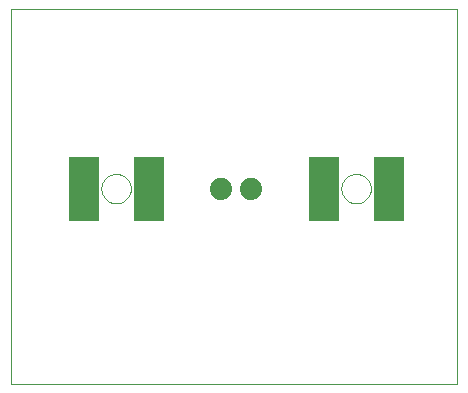
<source format=gtl>
G75*
G70*
%OFA0B0*%
%FSLAX24Y24*%
%IPPOS*%
%LPD*%
%AMOC8*
5,1,8,0,0,1.08239X$1,22.5*
%
%ADD10C,0.0000*%
%ADD11C,0.0634*%
%ADD12R,0.0984X0.2165*%
%ADD13C,0.0740*%
D10*
X000100Y000100D02*
X000100Y012596D01*
X014970Y012596D01*
X014970Y000100D01*
X000100Y000100D01*
X002382Y005950D02*
X002384Y005971D01*
X002390Y005991D01*
X002399Y006011D01*
X002411Y006028D01*
X002426Y006042D01*
X002444Y006054D01*
X002464Y006062D01*
X002484Y006067D01*
X002505Y006068D01*
X002526Y006065D01*
X002546Y006059D01*
X002565Y006048D01*
X002582Y006035D01*
X002595Y006019D01*
X002606Y006001D01*
X002614Y005981D01*
X002618Y005961D01*
X002618Y005939D01*
X002614Y005919D01*
X002606Y005899D01*
X002595Y005881D01*
X002582Y005865D01*
X002565Y005852D01*
X002546Y005841D01*
X002526Y005835D01*
X002505Y005832D01*
X002484Y005833D01*
X002464Y005838D01*
X002444Y005846D01*
X002426Y005858D01*
X002411Y005872D01*
X002399Y005889D01*
X002390Y005909D01*
X002384Y005929D01*
X002382Y005950D01*
X002382Y006050D02*
X002384Y006071D01*
X002390Y006091D01*
X002399Y006111D01*
X002411Y006128D01*
X002426Y006142D01*
X002444Y006154D01*
X002464Y006162D01*
X002484Y006167D01*
X002505Y006168D01*
X002526Y006165D01*
X002546Y006159D01*
X002565Y006148D01*
X002582Y006135D01*
X002595Y006119D01*
X002606Y006101D01*
X002614Y006081D01*
X002618Y006061D01*
X002618Y006039D01*
X002614Y006019D01*
X002606Y005999D01*
X002595Y005981D01*
X002582Y005965D01*
X002565Y005952D01*
X002546Y005941D01*
X002526Y005935D01*
X002505Y005932D01*
X002484Y005933D01*
X002464Y005938D01*
X002444Y005946D01*
X002426Y005958D01*
X002411Y005972D01*
X002399Y005989D01*
X002390Y006009D01*
X002384Y006029D01*
X002382Y006050D01*
X002382Y006200D02*
X002384Y006221D01*
X002390Y006241D01*
X002399Y006261D01*
X002411Y006278D01*
X002426Y006292D01*
X002444Y006304D01*
X002464Y006312D01*
X002484Y006317D01*
X002505Y006318D01*
X002526Y006315D01*
X002546Y006309D01*
X002565Y006298D01*
X002582Y006285D01*
X002595Y006269D01*
X002606Y006251D01*
X002614Y006231D01*
X002618Y006211D01*
X002618Y006189D01*
X002614Y006169D01*
X002606Y006149D01*
X002595Y006131D01*
X002582Y006115D01*
X002565Y006102D01*
X002546Y006091D01*
X002526Y006085D01*
X002505Y006082D01*
X002484Y006083D01*
X002464Y006088D01*
X002444Y006096D01*
X002426Y006108D01*
X002411Y006122D01*
X002399Y006139D01*
X002390Y006159D01*
X002384Y006179D01*
X002382Y006200D01*
X002382Y006300D02*
X002384Y006321D01*
X002390Y006341D01*
X002399Y006361D01*
X002411Y006378D01*
X002426Y006392D01*
X002444Y006404D01*
X002464Y006412D01*
X002484Y006417D01*
X002505Y006418D01*
X002526Y006415D01*
X002546Y006409D01*
X002565Y006398D01*
X002582Y006385D01*
X002595Y006369D01*
X002606Y006351D01*
X002614Y006331D01*
X002618Y006311D01*
X002618Y006289D01*
X002614Y006269D01*
X002606Y006249D01*
X002595Y006231D01*
X002582Y006215D01*
X002565Y006202D01*
X002546Y006191D01*
X002526Y006185D01*
X002505Y006182D01*
X002484Y006183D01*
X002464Y006188D01*
X002444Y006196D01*
X002426Y006208D01*
X002411Y006222D01*
X002399Y006239D01*
X002390Y006259D01*
X002384Y006279D01*
X002382Y006300D01*
X002382Y006450D02*
X002384Y006471D01*
X002390Y006491D01*
X002399Y006511D01*
X002411Y006528D01*
X002426Y006542D01*
X002444Y006554D01*
X002464Y006562D01*
X002484Y006567D01*
X002505Y006568D01*
X002526Y006565D01*
X002546Y006559D01*
X002565Y006548D01*
X002582Y006535D01*
X002595Y006519D01*
X002606Y006501D01*
X002614Y006481D01*
X002618Y006461D01*
X002618Y006439D01*
X002614Y006419D01*
X002606Y006399D01*
X002595Y006381D01*
X002582Y006365D01*
X002565Y006352D01*
X002546Y006341D01*
X002526Y006335D01*
X002505Y006332D01*
X002484Y006333D01*
X002464Y006338D01*
X002444Y006346D01*
X002426Y006358D01*
X002411Y006372D01*
X002399Y006389D01*
X002390Y006409D01*
X002384Y006429D01*
X002382Y006450D01*
X002382Y006550D02*
X002384Y006571D01*
X002390Y006591D01*
X002399Y006611D01*
X002411Y006628D01*
X002426Y006642D01*
X002444Y006654D01*
X002464Y006662D01*
X002484Y006667D01*
X002505Y006668D01*
X002526Y006665D01*
X002546Y006659D01*
X002565Y006648D01*
X002582Y006635D01*
X002595Y006619D01*
X002606Y006601D01*
X002614Y006581D01*
X002618Y006561D01*
X002618Y006539D01*
X002614Y006519D01*
X002606Y006499D01*
X002595Y006481D01*
X002582Y006465D01*
X002565Y006452D01*
X002546Y006441D01*
X002526Y006435D01*
X002505Y006432D01*
X002484Y006433D01*
X002464Y006438D01*
X002444Y006446D01*
X002426Y006458D01*
X002411Y006472D01*
X002399Y006489D01*
X002390Y006509D01*
X002384Y006529D01*
X002382Y006550D01*
X002382Y006700D02*
X002384Y006721D01*
X002390Y006741D01*
X002399Y006761D01*
X002411Y006778D01*
X002426Y006792D01*
X002444Y006804D01*
X002464Y006812D01*
X002484Y006817D01*
X002505Y006818D01*
X002526Y006815D01*
X002546Y006809D01*
X002565Y006798D01*
X002582Y006785D01*
X002595Y006769D01*
X002606Y006751D01*
X002614Y006731D01*
X002618Y006711D01*
X002618Y006689D01*
X002614Y006669D01*
X002606Y006649D01*
X002595Y006631D01*
X002582Y006615D01*
X002565Y006602D01*
X002546Y006591D01*
X002526Y006585D01*
X002505Y006582D01*
X002484Y006583D01*
X002464Y006588D01*
X002444Y006596D01*
X002426Y006608D01*
X002411Y006622D01*
X002399Y006639D01*
X002390Y006659D01*
X002384Y006679D01*
X002382Y006700D01*
X002382Y006850D02*
X002384Y006871D01*
X002390Y006891D01*
X002399Y006911D01*
X002411Y006928D01*
X002426Y006942D01*
X002444Y006954D01*
X002464Y006962D01*
X002484Y006967D01*
X002505Y006968D01*
X002526Y006965D01*
X002546Y006959D01*
X002565Y006948D01*
X002582Y006935D01*
X002595Y006919D01*
X002606Y006901D01*
X002614Y006881D01*
X002618Y006861D01*
X002618Y006839D01*
X002614Y006819D01*
X002606Y006799D01*
X002595Y006781D01*
X002582Y006765D01*
X002565Y006752D01*
X002546Y006741D01*
X002526Y006735D01*
X002505Y006732D01*
X002484Y006733D01*
X002464Y006738D01*
X002444Y006746D01*
X002426Y006758D01*
X002411Y006772D01*
X002399Y006789D01*
X002390Y006809D01*
X002384Y006829D01*
X002382Y006850D01*
X002382Y007000D02*
X002384Y007021D01*
X002390Y007041D01*
X002399Y007061D01*
X002411Y007078D01*
X002426Y007092D01*
X002444Y007104D01*
X002464Y007112D01*
X002484Y007117D01*
X002505Y007118D01*
X002526Y007115D01*
X002546Y007109D01*
X002565Y007098D01*
X002582Y007085D01*
X002595Y007069D01*
X002606Y007051D01*
X002614Y007031D01*
X002618Y007011D01*
X002618Y006989D01*
X002614Y006969D01*
X002606Y006949D01*
X002595Y006931D01*
X002582Y006915D01*
X002565Y006902D01*
X002546Y006891D01*
X002526Y006885D01*
X002505Y006882D01*
X002484Y006883D01*
X002464Y006888D01*
X002444Y006896D01*
X002426Y006908D01*
X002411Y006922D01*
X002399Y006939D01*
X002390Y006959D01*
X002384Y006979D01*
X002382Y007000D01*
X002382Y007100D02*
X002384Y007121D01*
X002390Y007141D01*
X002399Y007161D01*
X002411Y007178D01*
X002426Y007192D01*
X002444Y007204D01*
X002464Y007212D01*
X002484Y007217D01*
X002505Y007218D01*
X002526Y007215D01*
X002546Y007209D01*
X002565Y007198D01*
X002582Y007185D01*
X002595Y007169D01*
X002606Y007151D01*
X002614Y007131D01*
X002618Y007111D01*
X002618Y007089D01*
X002614Y007069D01*
X002606Y007049D01*
X002595Y007031D01*
X002582Y007015D01*
X002565Y007002D01*
X002546Y006991D01*
X002526Y006985D01*
X002505Y006982D01*
X002484Y006983D01*
X002464Y006988D01*
X002444Y006996D01*
X002426Y007008D01*
X002411Y007022D01*
X002399Y007039D01*
X002390Y007059D01*
X002384Y007079D01*
X002382Y007100D01*
X002382Y007250D02*
X002384Y007271D01*
X002390Y007291D01*
X002399Y007311D01*
X002411Y007328D01*
X002426Y007342D01*
X002444Y007354D01*
X002464Y007362D01*
X002484Y007367D01*
X002505Y007368D01*
X002526Y007365D01*
X002546Y007359D01*
X002565Y007348D01*
X002582Y007335D01*
X002595Y007319D01*
X002606Y007301D01*
X002614Y007281D01*
X002618Y007261D01*
X002618Y007239D01*
X002614Y007219D01*
X002606Y007199D01*
X002595Y007181D01*
X002582Y007165D01*
X002565Y007152D01*
X002546Y007141D01*
X002526Y007135D01*
X002505Y007132D01*
X002484Y007133D01*
X002464Y007138D01*
X002444Y007146D01*
X002426Y007158D01*
X002411Y007172D01*
X002399Y007189D01*
X002390Y007209D01*
X002384Y007229D01*
X002382Y007250D01*
X003108Y006600D02*
X003110Y006644D01*
X003116Y006688D01*
X003126Y006731D01*
X003139Y006773D01*
X003157Y006813D01*
X003178Y006852D01*
X003202Y006889D01*
X003229Y006924D01*
X003260Y006956D01*
X003293Y006985D01*
X003329Y007011D01*
X003367Y007033D01*
X003407Y007052D01*
X003448Y007068D01*
X003491Y007080D01*
X003534Y007088D01*
X003578Y007092D01*
X003622Y007092D01*
X003666Y007088D01*
X003709Y007080D01*
X003752Y007068D01*
X003793Y007052D01*
X003833Y007033D01*
X003871Y007011D01*
X003907Y006985D01*
X003940Y006956D01*
X003971Y006924D01*
X003998Y006889D01*
X004022Y006852D01*
X004043Y006813D01*
X004061Y006773D01*
X004074Y006731D01*
X004084Y006688D01*
X004090Y006644D01*
X004092Y006600D01*
X004090Y006556D01*
X004084Y006512D01*
X004074Y006469D01*
X004061Y006427D01*
X004043Y006387D01*
X004022Y006348D01*
X003998Y006311D01*
X003971Y006276D01*
X003940Y006244D01*
X003907Y006215D01*
X003871Y006189D01*
X003833Y006167D01*
X003793Y006148D01*
X003752Y006132D01*
X003709Y006120D01*
X003666Y006112D01*
X003622Y006108D01*
X003578Y006108D01*
X003534Y006112D01*
X003491Y006120D01*
X003448Y006132D01*
X003407Y006148D01*
X003367Y006167D01*
X003329Y006189D01*
X003293Y006215D01*
X003260Y006244D01*
X003229Y006276D01*
X003202Y006311D01*
X003178Y006348D01*
X003157Y006387D01*
X003139Y006427D01*
X003126Y006469D01*
X003116Y006512D01*
X003110Y006556D01*
X003108Y006600D01*
X004582Y006550D02*
X004584Y006571D01*
X004590Y006591D01*
X004599Y006611D01*
X004611Y006628D01*
X004626Y006642D01*
X004644Y006654D01*
X004664Y006662D01*
X004684Y006667D01*
X004705Y006668D01*
X004726Y006665D01*
X004746Y006659D01*
X004765Y006648D01*
X004782Y006635D01*
X004795Y006619D01*
X004806Y006601D01*
X004814Y006581D01*
X004818Y006561D01*
X004818Y006539D01*
X004814Y006519D01*
X004806Y006499D01*
X004795Y006481D01*
X004782Y006465D01*
X004765Y006452D01*
X004746Y006441D01*
X004726Y006435D01*
X004705Y006432D01*
X004684Y006433D01*
X004664Y006438D01*
X004644Y006446D01*
X004626Y006458D01*
X004611Y006472D01*
X004599Y006489D01*
X004590Y006509D01*
X004584Y006529D01*
X004582Y006550D01*
X004582Y006450D02*
X004584Y006471D01*
X004590Y006491D01*
X004599Y006511D01*
X004611Y006528D01*
X004626Y006542D01*
X004644Y006554D01*
X004664Y006562D01*
X004684Y006567D01*
X004705Y006568D01*
X004726Y006565D01*
X004746Y006559D01*
X004765Y006548D01*
X004782Y006535D01*
X004795Y006519D01*
X004806Y006501D01*
X004814Y006481D01*
X004818Y006461D01*
X004818Y006439D01*
X004814Y006419D01*
X004806Y006399D01*
X004795Y006381D01*
X004782Y006365D01*
X004765Y006352D01*
X004746Y006341D01*
X004726Y006335D01*
X004705Y006332D01*
X004684Y006333D01*
X004664Y006338D01*
X004644Y006346D01*
X004626Y006358D01*
X004611Y006372D01*
X004599Y006389D01*
X004590Y006409D01*
X004584Y006429D01*
X004582Y006450D01*
X004582Y006300D02*
X004584Y006321D01*
X004590Y006341D01*
X004599Y006361D01*
X004611Y006378D01*
X004626Y006392D01*
X004644Y006404D01*
X004664Y006412D01*
X004684Y006417D01*
X004705Y006418D01*
X004726Y006415D01*
X004746Y006409D01*
X004765Y006398D01*
X004782Y006385D01*
X004795Y006369D01*
X004806Y006351D01*
X004814Y006331D01*
X004818Y006311D01*
X004818Y006289D01*
X004814Y006269D01*
X004806Y006249D01*
X004795Y006231D01*
X004782Y006215D01*
X004765Y006202D01*
X004746Y006191D01*
X004726Y006185D01*
X004705Y006182D01*
X004684Y006183D01*
X004664Y006188D01*
X004644Y006196D01*
X004626Y006208D01*
X004611Y006222D01*
X004599Y006239D01*
X004590Y006259D01*
X004584Y006279D01*
X004582Y006300D01*
X004582Y006200D02*
X004584Y006221D01*
X004590Y006241D01*
X004599Y006261D01*
X004611Y006278D01*
X004626Y006292D01*
X004644Y006304D01*
X004664Y006312D01*
X004684Y006317D01*
X004705Y006318D01*
X004726Y006315D01*
X004746Y006309D01*
X004765Y006298D01*
X004782Y006285D01*
X004795Y006269D01*
X004806Y006251D01*
X004814Y006231D01*
X004818Y006211D01*
X004818Y006189D01*
X004814Y006169D01*
X004806Y006149D01*
X004795Y006131D01*
X004782Y006115D01*
X004765Y006102D01*
X004746Y006091D01*
X004726Y006085D01*
X004705Y006082D01*
X004684Y006083D01*
X004664Y006088D01*
X004644Y006096D01*
X004626Y006108D01*
X004611Y006122D01*
X004599Y006139D01*
X004590Y006159D01*
X004584Y006179D01*
X004582Y006200D01*
X004582Y006050D02*
X004584Y006071D01*
X004590Y006091D01*
X004599Y006111D01*
X004611Y006128D01*
X004626Y006142D01*
X004644Y006154D01*
X004664Y006162D01*
X004684Y006167D01*
X004705Y006168D01*
X004726Y006165D01*
X004746Y006159D01*
X004765Y006148D01*
X004782Y006135D01*
X004795Y006119D01*
X004806Y006101D01*
X004814Y006081D01*
X004818Y006061D01*
X004818Y006039D01*
X004814Y006019D01*
X004806Y005999D01*
X004795Y005981D01*
X004782Y005965D01*
X004765Y005952D01*
X004746Y005941D01*
X004726Y005935D01*
X004705Y005932D01*
X004684Y005933D01*
X004664Y005938D01*
X004644Y005946D01*
X004626Y005958D01*
X004611Y005972D01*
X004599Y005989D01*
X004590Y006009D01*
X004584Y006029D01*
X004582Y006050D01*
X004582Y005950D02*
X004584Y005971D01*
X004590Y005991D01*
X004599Y006011D01*
X004611Y006028D01*
X004626Y006042D01*
X004644Y006054D01*
X004664Y006062D01*
X004684Y006067D01*
X004705Y006068D01*
X004726Y006065D01*
X004746Y006059D01*
X004765Y006048D01*
X004782Y006035D01*
X004795Y006019D01*
X004806Y006001D01*
X004814Y005981D01*
X004818Y005961D01*
X004818Y005939D01*
X004814Y005919D01*
X004806Y005899D01*
X004795Y005881D01*
X004782Y005865D01*
X004765Y005852D01*
X004746Y005841D01*
X004726Y005835D01*
X004705Y005832D01*
X004684Y005833D01*
X004664Y005838D01*
X004644Y005846D01*
X004626Y005858D01*
X004611Y005872D01*
X004599Y005889D01*
X004590Y005909D01*
X004584Y005929D01*
X004582Y005950D01*
X004582Y006700D02*
X004584Y006721D01*
X004590Y006741D01*
X004599Y006761D01*
X004611Y006778D01*
X004626Y006792D01*
X004644Y006804D01*
X004664Y006812D01*
X004684Y006817D01*
X004705Y006818D01*
X004726Y006815D01*
X004746Y006809D01*
X004765Y006798D01*
X004782Y006785D01*
X004795Y006769D01*
X004806Y006751D01*
X004814Y006731D01*
X004818Y006711D01*
X004818Y006689D01*
X004814Y006669D01*
X004806Y006649D01*
X004795Y006631D01*
X004782Y006615D01*
X004765Y006602D01*
X004746Y006591D01*
X004726Y006585D01*
X004705Y006582D01*
X004684Y006583D01*
X004664Y006588D01*
X004644Y006596D01*
X004626Y006608D01*
X004611Y006622D01*
X004599Y006639D01*
X004590Y006659D01*
X004584Y006679D01*
X004582Y006700D01*
X004582Y006850D02*
X004584Y006871D01*
X004590Y006891D01*
X004599Y006911D01*
X004611Y006928D01*
X004626Y006942D01*
X004644Y006954D01*
X004664Y006962D01*
X004684Y006967D01*
X004705Y006968D01*
X004726Y006965D01*
X004746Y006959D01*
X004765Y006948D01*
X004782Y006935D01*
X004795Y006919D01*
X004806Y006901D01*
X004814Y006881D01*
X004818Y006861D01*
X004818Y006839D01*
X004814Y006819D01*
X004806Y006799D01*
X004795Y006781D01*
X004782Y006765D01*
X004765Y006752D01*
X004746Y006741D01*
X004726Y006735D01*
X004705Y006732D01*
X004684Y006733D01*
X004664Y006738D01*
X004644Y006746D01*
X004626Y006758D01*
X004611Y006772D01*
X004599Y006789D01*
X004590Y006809D01*
X004584Y006829D01*
X004582Y006850D01*
X004582Y007000D02*
X004584Y007021D01*
X004590Y007041D01*
X004599Y007061D01*
X004611Y007078D01*
X004626Y007092D01*
X004644Y007104D01*
X004664Y007112D01*
X004684Y007117D01*
X004705Y007118D01*
X004726Y007115D01*
X004746Y007109D01*
X004765Y007098D01*
X004782Y007085D01*
X004795Y007069D01*
X004806Y007051D01*
X004814Y007031D01*
X004818Y007011D01*
X004818Y006989D01*
X004814Y006969D01*
X004806Y006949D01*
X004795Y006931D01*
X004782Y006915D01*
X004765Y006902D01*
X004746Y006891D01*
X004726Y006885D01*
X004705Y006882D01*
X004684Y006883D01*
X004664Y006888D01*
X004644Y006896D01*
X004626Y006908D01*
X004611Y006922D01*
X004599Y006939D01*
X004590Y006959D01*
X004584Y006979D01*
X004582Y007000D01*
X004582Y007100D02*
X004584Y007121D01*
X004590Y007141D01*
X004599Y007161D01*
X004611Y007178D01*
X004626Y007192D01*
X004644Y007204D01*
X004664Y007212D01*
X004684Y007217D01*
X004705Y007218D01*
X004726Y007215D01*
X004746Y007209D01*
X004765Y007198D01*
X004782Y007185D01*
X004795Y007169D01*
X004806Y007151D01*
X004814Y007131D01*
X004818Y007111D01*
X004818Y007089D01*
X004814Y007069D01*
X004806Y007049D01*
X004795Y007031D01*
X004782Y007015D01*
X004765Y007002D01*
X004746Y006991D01*
X004726Y006985D01*
X004705Y006982D01*
X004684Y006983D01*
X004664Y006988D01*
X004644Y006996D01*
X004626Y007008D01*
X004611Y007022D01*
X004599Y007039D01*
X004590Y007059D01*
X004584Y007079D01*
X004582Y007100D01*
X004582Y007250D02*
X004584Y007271D01*
X004590Y007291D01*
X004599Y007311D01*
X004611Y007328D01*
X004626Y007342D01*
X004644Y007354D01*
X004664Y007362D01*
X004684Y007367D01*
X004705Y007368D01*
X004726Y007365D01*
X004746Y007359D01*
X004765Y007348D01*
X004782Y007335D01*
X004795Y007319D01*
X004806Y007301D01*
X004814Y007281D01*
X004818Y007261D01*
X004818Y007239D01*
X004814Y007219D01*
X004806Y007199D01*
X004795Y007181D01*
X004782Y007165D01*
X004765Y007152D01*
X004746Y007141D01*
X004726Y007135D01*
X004705Y007132D01*
X004684Y007133D01*
X004664Y007138D01*
X004644Y007146D01*
X004626Y007158D01*
X004611Y007172D01*
X004599Y007189D01*
X004590Y007209D01*
X004584Y007229D01*
X004582Y007250D01*
X010382Y007250D02*
X010384Y007271D01*
X010390Y007291D01*
X010399Y007311D01*
X010411Y007328D01*
X010426Y007342D01*
X010444Y007354D01*
X010464Y007362D01*
X010484Y007367D01*
X010505Y007368D01*
X010526Y007365D01*
X010546Y007359D01*
X010565Y007348D01*
X010582Y007335D01*
X010595Y007319D01*
X010606Y007301D01*
X010614Y007281D01*
X010618Y007261D01*
X010618Y007239D01*
X010614Y007219D01*
X010606Y007199D01*
X010595Y007181D01*
X010582Y007165D01*
X010565Y007152D01*
X010546Y007141D01*
X010526Y007135D01*
X010505Y007132D01*
X010484Y007133D01*
X010464Y007138D01*
X010444Y007146D01*
X010426Y007158D01*
X010411Y007172D01*
X010399Y007189D01*
X010390Y007209D01*
X010384Y007229D01*
X010382Y007250D01*
X010382Y007100D02*
X010384Y007121D01*
X010390Y007141D01*
X010399Y007161D01*
X010411Y007178D01*
X010426Y007192D01*
X010444Y007204D01*
X010464Y007212D01*
X010484Y007217D01*
X010505Y007218D01*
X010526Y007215D01*
X010546Y007209D01*
X010565Y007198D01*
X010582Y007185D01*
X010595Y007169D01*
X010606Y007151D01*
X010614Y007131D01*
X010618Y007111D01*
X010618Y007089D01*
X010614Y007069D01*
X010606Y007049D01*
X010595Y007031D01*
X010582Y007015D01*
X010565Y007002D01*
X010546Y006991D01*
X010526Y006985D01*
X010505Y006982D01*
X010484Y006983D01*
X010464Y006988D01*
X010444Y006996D01*
X010426Y007008D01*
X010411Y007022D01*
X010399Y007039D01*
X010390Y007059D01*
X010384Y007079D01*
X010382Y007100D01*
X010382Y007000D02*
X010384Y007021D01*
X010390Y007041D01*
X010399Y007061D01*
X010411Y007078D01*
X010426Y007092D01*
X010444Y007104D01*
X010464Y007112D01*
X010484Y007117D01*
X010505Y007118D01*
X010526Y007115D01*
X010546Y007109D01*
X010565Y007098D01*
X010582Y007085D01*
X010595Y007069D01*
X010606Y007051D01*
X010614Y007031D01*
X010618Y007011D01*
X010618Y006989D01*
X010614Y006969D01*
X010606Y006949D01*
X010595Y006931D01*
X010582Y006915D01*
X010565Y006902D01*
X010546Y006891D01*
X010526Y006885D01*
X010505Y006882D01*
X010484Y006883D01*
X010464Y006888D01*
X010444Y006896D01*
X010426Y006908D01*
X010411Y006922D01*
X010399Y006939D01*
X010390Y006959D01*
X010384Y006979D01*
X010382Y007000D01*
X010382Y006850D02*
X010384Y006871D01*
X010390Y006891D01*
X010399Y006911D01*
X010411Y006928D01*
X010426Y006942D01*
X010444Y006954D01*
X010464Y006962D01*
X010484Y006967D01*
X010505Y006968D01*
X010526Y006965D01*
X010546Y006959D01*
X010565Y006948D01*
X010582Y006935D01*
X010595Y006919D01*
X010606Y006901D01*
X010614Y006881D01*
X010618Y006861D01*
X010618Y006839D01*
X010614Y006819D01*
X010606Y006799D01*
X010595Y006781D01*
X010582Y006765D01*
X010565Y006752D01*
X010546Y006741D01*
X010526Y006735D01*
X010505Y006732D01*
X010484Y006733D01*
X010464Y006738D01*
X010444Y006746D01*
X010426Y006758D01*
X010411Y006772D01*
X010399Y006789D01*
X010390Y006809D01*
X010384Y006829D01*
X010382Y006850D01*
X010382Y006700D02*
X010384Y006721D01*
X010390Y006741D01*
X010399Y006761D01*
X010411Y006778D01*
X010426Y006792D01*
X010444Y006804D01*
X010464Y006812D01*
X010484Y006817D01*
X010505Y006818D01*
X010526Y006815D01*
X010546Y006809D01*
X010565Y006798D01*
X010582Y006785D01*
X010595Y006769D01*
X010606Y006751D01*
X010614Y006731D01*
X010618Y006711D01*
X010618Y006689D01*
X010614Y006669D01*
X010606Y006649D01*
X010595Y006631D01*
X010582Y006615D01*
X010565Y006602D01*
X010546Y006591D01*
X010526Y006585D01*
X010505Y006582D01*
X010484Y006583D01*
X010464Y006588D01*
X010444Y006596D01*
X010426Y006608D01*
X010411Y006622D01*
X010399Y006639D01*
X010390Y006659D01*
X010384Y006679D01*
X010382Y006700D01*
X010382Y006550D02*
X010384Y006571D01*
X010390Y006591D01*
X010399Y006611D01*
X010411Y006628D01*
X010426Y006642D01*
X010444Y006654D01*
X010464Y006662D01*
X010484Y006667D01*
X010505Y006668D01*
X010526Y006665D01*
X010546Y006659D01*
X010565Y006648D01*
X010582Y006635D01*
X010595Y006619D01*
X010606Y006601D01*
X010614Y006581D01*
X010618Y006561D01*
X010618Y006539D01*
X010614Y006519D01*
X010606Y006499D01*
X010595Y006481D01*
X010582Y006465D01*
X010565Y006452D01*
X010546Y006441D01*
X010526Y006435D01*
X010505Y006432D01*
X010484Y006433D01*
X010464Y006438D01*
X010444Y006446D01*
X010426Y006458D01*
X010411Y006472D01*
X010399Y006489D01*
X010390Y006509D01*
X010384Y006529D01*
X010382Y006550D01*
X010382Y006450D02*
X010384Y006471D01*
X010390Y006491D01*
X010399Y006511D01*
X010411Y006528D01*
X010426Y006542D01*
X010444Y006554D01*
X010464Y006562D01*
X010484Y006567D01*
X010505Y006568D01*
X010526Y006565D01*
X010546Y006559D01*
X010565Y006548D01*
X010582Y006535D01*
X010595Y006519D01*
X010606Y006501D01*
X010614Y006481D01*
X010618Y006461D01*
X010618Y006439D01*
X010614Y006419D01*
X010606Y006399D01*
X010595Y006381D01*
X010582Y006365D01*
X010565Y006352D01*
X010546Y006341D01*
X010526Y006335D01*
X010505Y006332D01*
X010484Y006333D01*
X010464Y006338D01*
X010444Y006346D01*
X010426Y006358D01*
X010411Y006372D01*
X010399Y006389D01*
X010390Y006409D01*
X010384Y006429D01*
X010382Y006450D01*
X010382Y006300D02*
X010384Y006321D01*
X010390Y006341D01*
X010399Y006361D01*
X010411Y006378D01*
X010426Y006392D01*
X010444Y006404D01*
X010464Y006412D01*
X010484Y006417D01*
X010505Y006418D01*
X010526Y006415D01*
X010546Y006409D01*
X010565Y006398D01*
X010582Y006385D01*
X010595Y006369D01*
X010606Y006351D01*
X010614Y006331D01*
X010618Y006311D01*
X010618Y006289D01*
X010614Y006269D01*
X010606Y006249D01*
X010595Y006231D01*
X010582Y006215D01*
X010565Y006202D01*
X010546Y006191D01*
X010526Y006185D01*
X010505Y006182D01*
X010484Y006183D01*
X010464Y006188D01*
X010444Y006196D01*
X010426Y006208D01*
X010411Y006222D01*
X010399Y006239D01*
X010390Y006259D01*
X010384Y006279D01*
X010382Y006300D01*
X010382Y006200D02*
X010384Y006221D01*
X010390Y006241D01*
X010399Y006261D01*
X010411Y006278D01*
X010426Y006292D01*
X010444Y006304D01*
X010464Y006312D01*
X010484Y006317D01*
X010505Y006318D01*
X010526Y006315D01*
X010546Y006309D01*
X010565Y006298D01*
X010582Y006285D01*
X010595Y006269D01*
X010606Y006251D01*
X010614Y006231D01*
X010618Y006211D01*
X010618Y006189D01*
X010614Y006169D01*
X010606Y006149D01*
X010595Y006131D01*
X010582Y006115D01*
X010565Y006102D01*
X010546Y006091D01*
X010526Y006085D01*
X010505Y006082D01*
X010484Y006083D01*
X010464Y006088D01*
X010444Y006096D01*
X010426Y006108D01*
X010411Y006122D01*
X010399Y006139D01*
X010390Y006159D01*
X010384Y006179D01*
X010382Y006200D01*
X010382Y006050D02*
X010384Y006071D01*
X010390Y006091D01*
X010399Y006111D01*
X010411Y006128D01*
X010426Y006142D01*
X010444Y006154D01*
X010464Y006162D01*
X010484Y006167D01*
X010505Y006168D01*
X010526Y006165D01*
X010546Y006159D01*
X010565Y006148D01*
X010582Y006135D01*
X010595Y006119D01*
X010606Y006101D01*
X010614Y006081D01*
X010618Y006061D01*
X010618Y006039D01*
X010614Y006019D01*
X010606Y005999D01*
X010595Y005981D01*
X010582Y005965D01*
X010565Y005952D01*
X010546Y005941D01*
X010526Y005935D01*
X010505Y005932D01*
X010484Y005933D01*
X010464Y005938D01*
X010444Y005946D01*
X010426Y005958D01*
X010411Y005972D01*
X010399Y005989D01*
X010390Y006009D01*
X010384Y006029D01*
X010382Y006050D01*
X010382Y005950D02*
X010384Y005971D01*
X010390Y005991D01*
X010399Y006011D01*
X010411Y006028D01*
X010426Y006042D01*
X010444Y006054D01*
X010464Y006062D01*
X010484Y006067D01*
X010505Y006068D01*
X010526Y006065D01*
X010546Y006059D01*
X010565Y006048D01*
X010582Y006035D01*
X010595Y006019D01*
X010606Y006001D01*
X010614Y005981D01*
X010618Y005961D01*
X010618Y005939D01*
X010614Y005919D01*
X010606Y005899D01*
X010595Y005881D01*
X010582Y005865D01*
X010565Y005852D01*
X010546Y005841D01*
X010526Y005835D01*
X010505Y005832D01*
X010484Y005833D01*
X010464Y005838D01*
X010444Y005846D01*
X010426Y005858D01*
X010411Y005872D01*
X010399Y005889D01*
X010390Y005909D01*
X010384Y005929D01*
X010382Y005950D01*
X011108Y006600D02*
X011110Y006644D01*
X011116Y006688D01*
X011126Y006731D01*
X011139Y006773D01*
X011157Y006813D01*
X011178Y006852D01*
X011202Y006889D01*
X011229Y006924D01*
X011260Y006956D01*
X011293Y006985D01*
X011329Y007011D01*
X011367Y007033D01*
X011407Y007052D01*
X011448Y007068D01*
X011491Y007080D01*
X011534Y007088D01*
X011578Y007092D01*
X011622Y007092D01*
X011666Y007088D01*
X011709Y007080D01*
X011752Y007068D01*
X011793Y007052D01*
X011833Y007033D01*
X011871Y007011D01*
X011907Y006985D01*
X011940Y006956D01*
X011971Y006924D01*
X011998Y006889D01*
X012022Y006852D01*
X012043Y006813D01*
X012061Y006773D01*
X012074Y006731D01*
X012084Y006688D01*
X012090Y006644D01*
X012092Y006600D01*
X012090Y006556D01*
X012084Y006512D01*
X012074Y006469D01*
X012061Y006427D01*
X012043Y006387D01*
X012022Y006348D01*
X011998Y006311D01*
X011971Y006276D01*
X011940Y006244D01*
X011907Y006215D01*
X011871Y006189D01*
X011833Y006167D01*
X011793Y006148D01*
X011752Y006132D01*
X011709Y006120D01*
X011666Y006112D01*
X011622Y006108D01*
X011578Y006108D01*
X011534Y006112D01*
X011491Y006120D01*
X011448Y006132D01*
X011407Y006148D01*
X011367Y006167D01*
X011329Y006189D01*
X011293Y006215D01*
X011260Y006244D01*
X011229Y006276D01*
X011202Y006311D01*
X011178Y006348D01*
X011157Y006387D01*
X011139Y006427D01*
X011126Y006469D01*
X011116Y006512D01*
X011110Y006556D01*
X011108Y006600D01*
X012582Y006550D02*
X012584Y006571D01*
X012590Y006591D01*
X012599Y006611D01*
X012611Y006628D01*
X012626Y006642D01*
X012644Y006654D01*
X012664Y006662D01*
X012684Y006667D01*
X012705Y006668D01*
X012726Y006665D01*
X012746Y006659D01*
X012765Y006648D01*
X012782Y006635D01*
X012795Y006619D01*
X012806Y006601D01*
X012814Y006581D01*
X012818Y006561D01*
X012818Y006539D01*
X012814Y006519D01*
X012806Y006499D01*
X012795Y006481D01*
X012782Y006465D01*
X012765Y006452D01*
X012746Y006441D01*
X012726Y006435D01*
X012705Y006432D01*
X012684Y006433D01*
X012664Y006438D01*
X012644Y006446D01*
X012626Y006458D01*
X012611Y006472D01*
X012599Y006489D01*
X012590Y006509D01*
X012584Y006529D01*
X012582Y006550D01*
X012582Y006450D02*
X012584Y006471D01*
X012590Y006491D01*
X012599Y006511D01*
X012611Y006528D01*
X012626Y006542D01*
X012644Y006554D01*
X012664Y006562D01*
X012684Y006567D01*
X012705Y006568D01*
X012726Y006565D01*
X012746Y006559D01*
X012765Y006548D01*
X012782Y006535D01*
X012795Y006519D01*
X012806Y006501D01*
X012814Y006481D01*
X012818Y006461D01*
X012818Y006439D01*
X012814Y006419D01*
X012806Y006399D01*
X012795Y006381D01*
X012782Y006365D01*
X012765Y006352D01*
X012746Y006341D01*
X012726Y006335D01*
X012705Y006332D01*
X012684Y006333D01*
X012664Y006338D01*
X012644Y006346D01*
X012626Y006358D01*
X012611Y006372D01*
X012599Y006389D01*
X012590Y006409D01*
X012584Y006429D01*
X012582Y006450D01*
X012582Y006300D02*
X012584Y006321D01*
X012590Y006341D01*
X012599Y006361D01*
X012611Y006378D01*
X012626Y006392D01*
X012644Y006404D01*
X012664Y006412D01*
X012684Y006417D01*
X012705Y006418D01*
X012726Y006415D01*
X012746Y006409D01*
X012765Y006398D01*
X012782Y006385D01*
X012795Y006369D01*
X012806Y006351D01*
X012814Y006331D01*
X012818Y006311D01*
X012818Y006289D01*
X012814Y006269D01*
X012806Y006249D01*
X012795Y006231D01*
X012782Y006215D01*
X012765Y006202D01*
X012746Y006191D01*
X012726Y006185D01*
X012705Y006182D01*
X012684Y006183D01*
X012664Y006188D01*
X012644Y006196D01*
X012626Y006208D01*
X012611Y006222D01*
X012599Y006239D01*
X012590Y006259D01*
X012584Y006279D01*
X012582Y006300D01*
X012582Y006200D02*
X012584Y006221D01*
X012590Y006241D01*
X012599Y006261D01*
X012611Y006278D01*
X012626Y006292D01*
X012644Y006304D01*
X012664Y006312D01*
X012684Y006317D01*
X012705Y006318D01*
X012726Y006315D01*
X012746Y006309D01*
X012765Y006298D01*
X012782Y006285D01*
X012795Y006269D01*
X012806Y006251D01*
X012814Y006231D01*
X012818Y006211D01*
X012818Y006189D01*
X012814Y006169D01*
X012806Y006149D01*
X012795Y006131D01*
X012782Y006115D01*
X012765Y006102D01*
X012746Y006091D01*
X012726Y006085D01*
X012705Y006082D01*
X012684Y006083D01*
X012664Y006088D01*
X012644Y006096D01*
X012626Y006108D01*
X012611Y006122D01*
X012599Y006139D01*
X012590Y006159D01*
X012584Y006179D01*
X012582Y006200D01*
X012582Y006050D02*
X012584Y006071D01*
X012590Y006091D01*
X012599Y006111D01*
X012611Y006128D01*
X012626Y006142D01*
X012644Y006154D01*
X012664Y006162D01*
X012684Y006167D01*
X012705Y006168D01*
X012726Y006165D01*
X012746Y006159D01*
X012765Y006148D01*
X012782Y006135D01*
X012795Y006119D01*
X012806Y006101D01*
X012814Y006081D01*
X012818Y006061D01*
X012818Y006039D01*
X012814Y006019D01*
X012806Y005999D01*
X012795Y005981D01*
X012782Y005965D01*
X012765Y005952D01*
X012746Y005941D01*
X012726Y005935D01*
X012705Y005932D01*
X012684Y005933D01*
X012664Y005938D01*
X012644Y005946D01*
X012626Y005958D01*
X012611Y005972D01*
X012599Y005989D01*
X012590Y006009D01*
X012584Y006029D01*
X012582Y006050D01*
X012582Y005950D02*
X012584Y005971D01*
X012590Y005991D01*
X012599Y006011D01*
X012611Y006028D01*
X012626Y006042D01*
X012644Y006054D01*
X012664Y006062D01*
X012684Y006067D01*
X012705Y006068D01*
X012726Y006065D01*
X012746Y006059D01*
X012765Y006048D01*
X012782Y006035D01*
X012795Y006019D01*
X012806Y006001D01*
X012814Y005981D01*
X012818Y005961D01*
X012818Y005939D01*
X012814Y005919D01*
X012806Y005899D01*
X012795Y005881D01*
X012782Y005865D01*
X012765Y005852D01*
X012746Y005841D01*
X012726Y005835D01*
X012705Y005832D01*
X012684Y005833D01*
X012664Y005838D01*
X012644Y005846D01*
X012626Y005858D01*
X012611Y005872D01*
X012599Y005889D01*
X012590Y005909D01*
X012584Y005929D01*
X012582Y005950D01*
X012582Y006700D02*
X012584Y006721D01*
X012590Y006741D01*
X012599Y006761D01*
X012611Y006778D01*
X012626Y006792D01*
X012644Y006804D01*
X012664Y006812D01*
X012684Y006817D01*
X012705Y006818D01*
X012726Y006815D01*
X012746Y006809D01*
X012765Y006798D01*
X012782Y006785D01*
X012795Y006769D01*
X012806Y006751D01*
X012814Y006731D01*
X012818Y006711D01*
X012818Y006689D01*
X012814Y006669D01*
X012806Y006649D01*
X012795Y006631D01*
X012782Y006615D01*
X012765Y006602D01*
X012746Y006591D01*
X012726Y006585D01*
X012705Y006582D01*
X012684Y006583D01*
X012664Y006588D01*
X012644Y006596D01*
X012626Y006608D01*
X012611Y006622D01*
X012599Y006639D01*
X012590Y006659D01*
X012584Y006679D01*
X012582Y006700D01*
X012582Y006850D02*
X012584Y006871D01*
X012590Y006891D01*
X012599Y006911D01*
X012611Y006928D01*
X012626Y006942D01*
X012644Y006954D01*
X012664Y006962D01*
X012684Y006967D01*
X012705Y006968D01*
X012726Y006965D01*
X012746Y006959D01*
X012765Y006948D01*
X012782Y006935D01*
X012795Y006919D01*
X012806Y006901D01*
X012814Y006881D01*
X012818Y006861D01*
X012818Y006839D01*
X012814Y006819D01*
X012806Y006799D01*
X012795Y006781D01*
X012782Y006765D01*
X012765Y006752D01*
X012746Y006741D01*
X012726Y006735D01*
X012705Y006732D01*
X012684Y006733D01*
X012664Y006738D01*
X012644Y006746D01*
X012626Y006758D01*
X012611Y006772D01*
X012599Y006789D01*
X012590Y006809D01*
X012584Y006829D01*
X012582Y006850D01*
X012582Y007000D02*
X012584Y007021D01*
X012590Y007041D01*
X012599Y007061D01*
X012611Y007078D01*
X012626Y007092D01*
X012644Y007104D01*
X012664Y007112D01*
X012684Y007117D01*
X012705Y007118D01*
X012726Y007115D01*
X012746Y007109D01*
X012765Y007098D01*
X012782Y007085D01*
X012795Y007069D01*
X012806Y007051D01*
X012814Y007031D01*
X012818Y007011D01*
X012818Y006989D01*
X012814Y006969D01*
X012806Y006949D01*
X012795Y006931D01*
X012782Y006915D01*
X012765Y006902D01*
X012746Y006891D01*
X012726Y006885D01*
X012705Y006882D01*
X012684Y006883D01*
X012664Y006888D01*
X012644Y006896D01*
X012626Y006908D01*
X012611Y006922D01*
X012599Y006939D01*
X012590Y006959D01*
X012584Y006979D01*
X012582Y007000D01*
X012582Y007100D02*
X012584Y007121D01*
X012590Y007141D01*
X012599Y007161D01*
X012611Y007178D01*
X012626Y007192D01*
X012644Y007204D01*
X012664Y007212D01*
X012684Y007217D01*
X012705Y007218D01*
X012726Y007215D01*
X012746Y007209D01*
X012765Y007198D01*
X012782Y007185D01*
X012795Y007169D01*
X012806Y007151D01*
X012814Y007131D01*
X012818Y007111D01*
X012818Y007089D01*
X012814Y007069D01*
X012806Y007049D01*
X012795Y007031D01*
X012782Y007015D01*
X012765Y007002D01*
X012746Y006991D01*
X012726Y006985D01*
X012705Y006982D01*
X012684Y006983D01*
X012664Y006988D01*
X012644Y006996D01*
X012626Y007008D01*
X012611Y007022D01*
X012599Y007039D01*
X012590Y007059D01*
X012584Y007079D01*
X012582Y007100D01*
X012582Y007250D02*
X012584Y007271D01*
X012590Y007291D01*
X012599Y007311D01*
X012611Y007328D01*
X012626Y007342D01*
X012644Y007354D01*
X012664Y007362D01*
X012684Y007367D01*
X012705Y007368D01*
X012726Y007365D01*
X012746Y007359D01*
X012765Y007348D01*
X012782Y007335D01*
X012795Y007319D01*
X012806Y007301D01*
X012814Y007281D01*
X012818Y007261D01*
X012818Y007239D01*
X012814Y007219D01*
X012806Y007199D01*
X012795Y007181D01*
X012782Y007165D01*
X012765Y007152D01*
X012746Y007141D01*
X012726Y007135D01*
X012705Y007132D01*
X012684Y007133D01*
X012664Y007138D01*
X012644Y007146D01*
X012626Y007158D01*
X012611Y007172D01*
X012599Y007189D01*
X012590Y007209D01*
X012584Y007229D01*
X012582Y007250D01*
D11*
X012683Y006600D03*
X010517Y006600D03*
X004683Y006600D03*
X002517Y006600D03*
D12*
X002517Y006600D03*
X004683Y006600D03*
X010517Y006600D03*
X012683Y006600D03*
D13*
X008100Y006600D03*
X007100Y006600D03*
M02*

</source>
